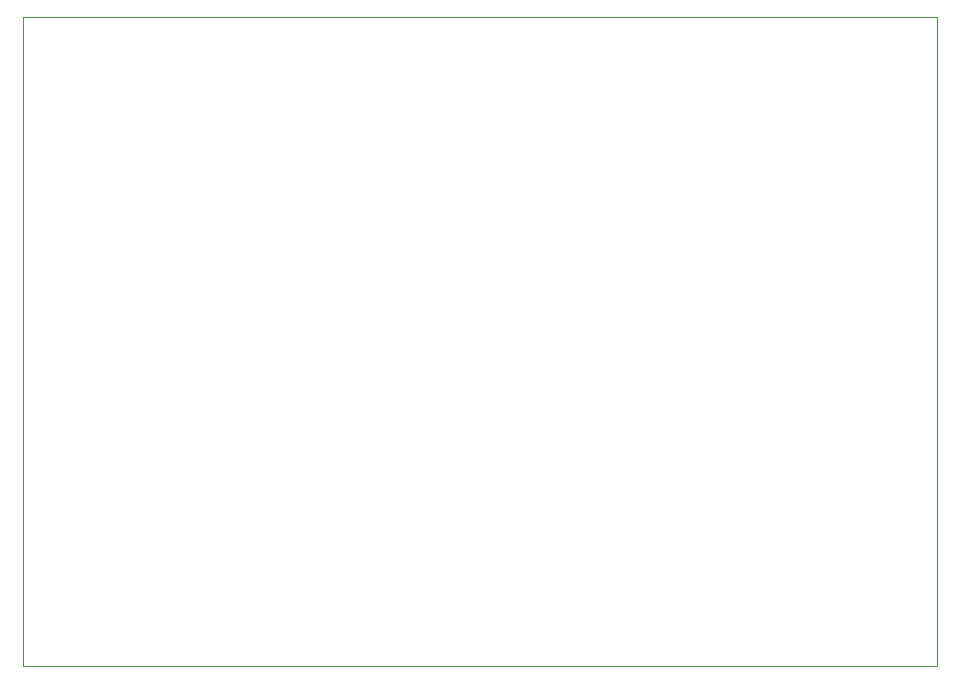
<source format=gbr>
%TF.GenerationSoftware,KiCad,Pcbnew,8.0.7*%
%TF.CreationDate,2025-02-08T18:07:02-05:00*%
%TF.ProjectId,Fallyx_EVK-RevA,46616c6c-7978-45f4-9556-4b2d52657641,rev?*%
%TF.SameCoordinates,Original*%
%TF.FileFunction,Profile,NP*%
%FSLAX46Y46*%
G04 Gerber Fmt 4.6, Leading zero omitted, Abs format (unit mm)*
G04 Created by KiCad (PCBNEW 8.0.7) date 2025-02-08 18:07:02*
%MOMM*%
%LPD*%
G01*
G04 APERTURE LIST*
%TA.AperFunction,Profile*%
%ADD10C,0.050000*%
%TD*%
G04 APERTURE END LIST*
D10*
X99650000Y-65000000D02*
X177000000Y-65000000D01*
X177000000Y-120000000D01*
X99650000Y-120000000D01*
X99650000Y-65000000D01*
M02*

</source>
